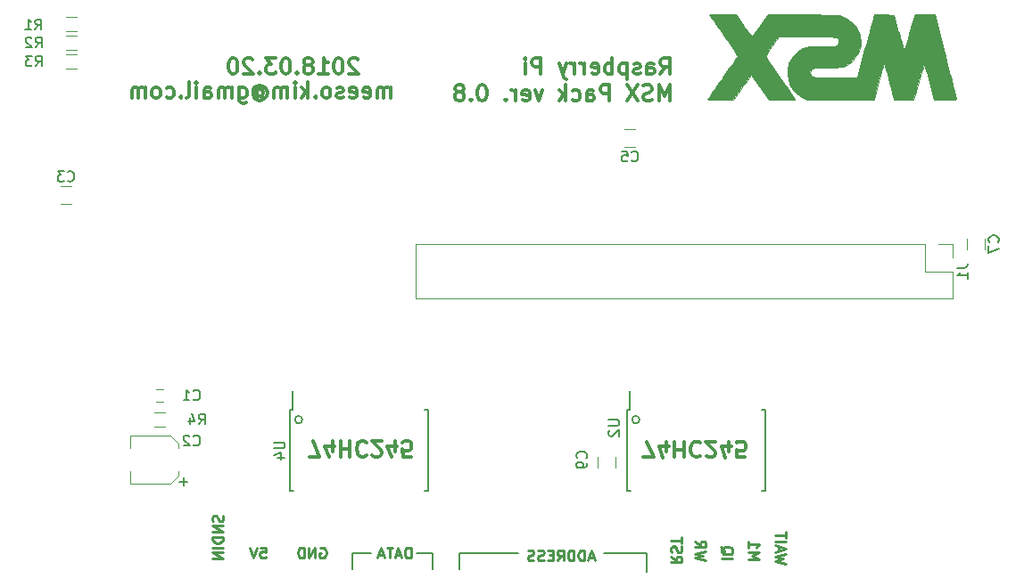
<source format=gbr>
G04 #@! TF.FileFunction,Legend,Bot*
%FSLAX46Y46*%
G04 Gerber Fmt 4.6, Leading zero omitted, Abs format (unit mm)*
G04 Created by KiCad (PCBNEW 4.0.7) date 03/20/18 20:42:00*
%MOMM*%
%LPD*%
G01*
G04 APERTURE LIST*
%ADD10C,0.100000*%
%ADD11C,0.200000*%
%ADD12C,0.250000*%
%ADD13C,0.300000*%
%ADD14C,0.120000*%
%ADD15C,0.150000*%
%ADD16C,0.010000*%
G04 APERTURE END LIST*
D10*
D11*
X134979210Y-91694000D02*
G75*
G03X134979210Y-91694000I-359210J0D01*
G01*
X166983210Y-91694000D02*
G75*
G03X166983210Y-91694000I-359210J0D01*
G01*
D12*
X127404762Y-100798572D02*
X127452381Y-100941429D01*
X127452381Y-101179525D01*
X127404762Y-101274763D01*
X127357143Y-101322382D01*
X127261905Y-101370001D01*
X127166667Y-101370001D01*
X127071429Y-101322382D01*
X127023810Y-101274763D01*
X126976190Y-101179525D01*
X126928571Y-100989048D01*
X126880952Y-100893810D01*
X126833333Y-100846191D01*
X126738095Y-100798572D01*
X126642857Y-100798572D01*
X126547619Y-100846191D01*
X126500000Y-100893810D01*
X126452381Y-100989048D01*
X126452381Y-101227144D01*
X126500000Y-101370001D01*
X127452381Y-101798572D02*
X126452381Y-101798572D01*
X127452381Y-102370001D01*
X126452381Y-102370001D01*
X127452381Y-102846191D02*
X126452381Y-102846191D01*
X126452381Y-103084286D01*
X126500000Y-103227144D01*
X126595238Y-103322382D01*
X126690476Y-103370001D01*
X126880952Y-103417620D01*
X127023810Y-103417620D01*
X127214286Y-103370001D01*
X127309524Y-103322382D01*
X127404762Y-103227144D01*
X127452381Y-103084286D01*
X127452381Y-102846191D01*
X127452381Y-103846191D02*
X126452381Y-103846191D01*
X127452381Y-104322381D02*
X126452381Y-104322381D01*
X127452381Y-104893810D01*
X126452381Y-104893810D01*
D13*
X168965714Y-58839571D02*
X169465714Y-58125286D01*
X169822857Y-58839571D02*
X169822857Y-57339571D01*
X169251429Y-57339571D01*
X169108571Y-57411000D01*
X169037143Y-57482429D01*
X168965714Y-57625286D01*
X168965714Y-57839571D01*
X169037143Y-57982429D01*
X169108571Y-58053857D01*
X169251429Y-58125286D01*
X169822857Y-58125286D01*
X167680000Y-58839571D02*
X167680000Y-58053857D01*
X167751429Y-57911000D01*
X167894286Y-57839571D01*
X168180000Y-57839571D01*
X168322857Y-57911000D01*
X167680000Y-58768143D02*
X167822857Y-58839571D01*
X168180000Y-58839571D01*
X168322857Y-58768143D01*
X168394286Y-58625286D01*
X168394286Y-58482429D01*
X168322857Y-58339571D01*
X168180000Y-58268143D01*
X167822857Y-58268143D01*
X167680000Y-58196714D01*
X167037143Y-58768143D02*
X166894286Y-58839571D01*
X166608571Y-58839571D01*
X166465714Y-58768143D01*
X166394286Y-58625286D01*
X166394286Y-58553857D01*
X166465714Y-58411000D01*
X166608571Y-58339571D01*
X166822857Y-58339571D01*
X166965714Y-58268143D01*
X167037143Y-58125286D01*
X167037143Y-58053857D01*
X166965714Y-57911000D01*
X166822857Y-57839571D01*
X166608571Y-57839571D01*
X166465714Y-57911000D01*
X165751428Y-57839571D02*
X165751428Y-59339571D01*
X165751428Y-57911000D02*
X165608571Y-57839571D01*
X165322857Y-57839571D01*
X165180000Y-57911000D01*
X165108571Y-57982429D01*
X165037142Y-58125286D01*
X165037142Y-58553857D01*
X165108571Y-58696714D01*
X165180000Y-58768143D01*
X165322857Y-58839571D01*
X165608571Y-58839571D01*
X165751428Y-58768143D01*
X164394285Y-58839571D02*
X164394285Y-57339571D01*
X164394285Y-57911000D02*
X164251428Y-57839571D01*
X163965714Y-57839571D01*
X163822857Y-57911000D01*
X163751428Y-57982429D01*
X163679999Y-58125286D01*
X163679999Y-58553857D01*
X163751428Y-58696714D01*
X163822857Y-58768143D01*
X163965714Y-58839571D01*
X164251428Y-58839571D01*
X164394285Y-58768143D01*
X162465714Y-58768143D02*
X162608571Y-58839571D01*
X162894285Y-58839571D01*
X163037142Y-58768143D01*
X163108571Y-58625286D01*
X163108571Y-58053857D01*
X163037142Y-57911000D01*
X162894285Y-57839571D01*
X162608571Y-57839571D01*
X162465714Y-57911000D01*
X162394285Y-58053857D01*
X162394285Y-58196714D01*
X163108571Y-58339571D01*
X161751428Y-58839571D02*
X161751428Y-57839571D01*
X161751428Y-58125286D02*
X161680000Y-57982429D01*
X161608571Y-57911000D01*
X161465714Y-57839571D01*
X161322857Y-57839571D01*
X160822857Y-58839571D02*
X160822857Y-57839571D01*
X160822857Y-58125286D02*
X160751429Y-57982429D01*
X160680000Y-57911000D01*
X160537143Y-57839571D01*
X160394286Y-57839571D01*
X160037143Y-57839571D02*
X159680000Y-58839571D01*
X159322858Y-57839571D02*
X159680000Y-58839571D01*
X159822858Y-59196714D01*
X159894286Y-59268143D01*
X160037143Y-59339571D01*
X157608572Y-58839571D02*
X157608572Y-57339571D01*
X157037144Y-57339571D01*
X156894286Y-57411000D01*
X156822858Y-57482429D01*
X156751429Y-57625286D01*
X156751429Y-57839571D01*
X156822858Y-57982429D01*
X156894286Y-58053857D01*
X157037144Y-58125286D01*
X157608572Y-58125286D01*
X156108572Y-58839571D02*
X156108572Y-57839571D01*
X156108572Y-57339571D02*
X156180001Y-57411000D01*
X156108572Y-57482429D01*
X156037144Y-57411000D01*
X156108572Y-57339571D01*
X156108572Y-57482429D01*
X169822857Y-61389571D02*
X169822857Y-59889571D01*
X169322857Y-60961000D01*
X168822857Y-59889571D01*
X168822857Y-61389571D01*
X168180000Y-61318143D02*
X167965714Y-61389571D01*
X167608571Y-61389571D01*
X167465714Y-61318143D01*
X167394285Y-61246714D01*
X167322857Y-61103857D01*
X167322857Y-60961000D01*
X167394285Y-60818143D01*
X167465714Y-60746714D01*
X167608571Y-60675286D01*
X167894285Y-60603857D01*
X168037143Y-60532429D01*
X168108571Y-60461000D01*
X168180000Y-60318143D01*
X168180000Y-60175286D01*
X168108571Y-60032429D01*
X168037143Y-59961000D01*
X167894285Y-59889571D01*
X167537143Y-59889571D01*
X167322857Y-59961000D01*
X166822857Y-59889571D02*
X165822857Y-61389571D01*
X165822857Y-59889571D02*
X166822857Y-61389571D01*
X164108572Y-61389571D02*
X164108572Y-59889571D01*
X163537144Y-59889571D01*
X163394286Y-59961000D01*
X163322858Y-60032429D01*
X163251429Y-60175286D01*
X163251429Y-60389571D01*
X163322858Y-60532429D01*
X163394286Y-60603857D01*
X163537144Y-60675286D01*
X164108572Y-60675286D01*
X161965715Y-61389571D02*
X161965715Y-60603857D01*
X162037144Y-60461000D01*
X162180001Y-60389571D01*
X162465715Y-60389571D01*
X162608572Y-60461000D01*
X161965715Y-61318143D02*
X162108572Y-61389571D01*
X162465715Y-61389571D01*
X162608572Y-61318143D01*
X162680001Y-61175286D01*
X162680001Y-61032429D01*
X162608572Y-60889571D01*
X162465715Y-60818143D01*
X162108572Y-60818143D01*
X161965715Y-60746714D01*
X160608572Y-61318143D02*
X160751429Y-61389571D01*
X161037143Y-61389571D01*
X161180001Y-61318143D01*
X161251429Y-61246714D01*
X161322858Y-61103857D01*
X161322858Y-60675286D01*
X161251429Y-60532429D01*
X161180001Y-60461000D01*
X161037143Y-60389571D01*
X160751429Y-60389571D01*
X160608572Y-60461000D01*
X159965715Y-61389571D02*
X159965715Y-59889571D01*
X159822858Y-60818143D02*
X159394287Y-61389571D01*
X159394287Y-60389571D02*
X159965715Y-60961000D01*
X157751429Y-60389571D02*
X157394286Y-61389571D01*
X157037144Y-60389571D01*
X155894287Y-61318143D02*
X156037144Y-61389571D01*
X156322858Y-61389571D01*
X156465715Y-61318143D01*
X156537144Y-61175286D01*
X156537144Y-60603857D01*
X156465715Y-60461000D01*
X156322858Y-60389571D01*
X156037144Y-60389571D01*
X155894287Y-60461000D01*
X155822858Y-60603857D01*
X155822858Y-60746714D01*
X156537144Y-60889571D01*
X155180001Y-61389571D02*
X155180001Y-60389571D01*
X155180001Y-60675286D02*
X155108573Y-60532429D01*
X155037144Y-60461000D01*
X154894287Y-60389571D01*
X154751430Y-60389571D01*
X154251430Y-61246714D02*
X154180002Y-61318143D01*
X154251430Y-61389571D01*
X154322859Y-61318143D01*
X154251430Y-61246714D01*
X154251430Y-61389571D01*
X152108573Y-59889571D02*
X151965716Y-59889571D01*
X151822859Y-59961000D01*
X151751430Y-60032429D01*
X151680001Y-60175286D01*
X151608573Y-60461000D01*
X151608573Y-60818143D01*
X151680001Y-61103857D01*
X151751430Y-61246714D01*
X151822859Y-61318143D01*
X151965716Y-61389571D01*
X152108573Y-61389571D01*
X152251430Y-61318143D01*
X152322859Y-61246714D01*
X152394287Y-61103857D01*
X152465716Y-60818143D01*
X152465716Y-60461000D01*
X152394287Y-60175286D01*
X152322859Y-60032429D01*
X152251430Y-59961000D01*
X152108573Y-59889571D01*
X150965716Y-61246714D02*
X150894288Y-61318143D01*
X150965716Y-61389571D01*
X151037145Y-61318143D01*
X150965716Y-61246714D01*
X150965716Y-61389571D01*
X150037144Y-60532429D02*
X150180002Y-60461000D01*
X150251430Y-60389571D01*
X150322859Y-60246714D01*
X150322859Y-60175286D01*
X150251430Y-60032429D01*
X150180002Y-59961000D01*
X150037144Y-59889571D01*
X149751430Y-59889571D01*
X149608573Y-59961000D01*
X149537144Y-60032429D01*
X149465716Y-60175286D01*
X149465716Y-60246714D01*
X149537144Y-60389571D01*
X149608573Y-60461000D01*
X149751430Y-60532429D01*
X150037144Y-60532429D01*
X150180002Y-60603857D01*
X150251430Y-60675286D01*
X150322859Y-60818143D01*
X150322859Y-61103857D01*
X150251430Y-61246714D01*
X150180002Y-61318143D01*
X150037144Y-61389571D01*
X149751430Y-61389571D01*
X149608573Y-61318143D01*
X149537144Y-61246714D01*
X149465716Y-61103857D01*
X149465716Y-60818143D01*
X149537144Y-60675286D01*
X149608573Y-60603857D01*
X149751430Y-60532429D01*
X135619944Y-95207829D02*
X136619944Y-95207829D01*
X135977087Y-93707829D01*
X137834229Y-94707829D02*
X137834229Y-93707829D01*
X137477086Y-95279257D02*
X137119943Y-94207829D01*
X138048515Y-94207829D01*
X138619943Y-93707829D02*
X138619943Y-95207829D01*
X138619943Y-94493543D02*
X139477086Y-94493543D01*
X139477086Y-93707829D02*
X139477086Y-95207829D01*
X141048515Y-93850686D02*
X140977086Y-93779257D01*
X140762800Y-93707829D01*
X140619943Y-93707829D01*
X140405658Y-93779257D01*
X140262800Y-93922114D01*
X140191372Y-94064971D01*
X140119943Y-94350686D01*
X140119943Y-94564971D01*
X140191372Y-94850686D01*
X140262800Y-94993543D01*
X140405658Y-95136400D01*
X140619943Y-95207829D01*
X140762800Y-95207829D01*
X140977086Y-95136400D01*
X141048515Y-95064971D01*
X141619943Y-95064971D02*
X141691372Y-95136400D01*
X141834229Y-95207829D01*
X142191372Y-95207829D01*
X142334229Y-95136400D01*
X142405658Y-95064971D01*
X142477086Y-94922114D01*
X142477086Y-94779257D01*
X142405658Y-94564971D01*
X141548515Y-93707829D01*
X142477086Y-93707829D01*
X143762800Y-94707829D02*
X143762800Y-93707829D01*
X143405657Y-95279257D02*
X143048514Y-94207829D01*
X143977086Y-94207829D01*
X145262800Y-95207829D02*
X144548514Y-95207829D01*
X144477085Y-94493543D01*
X144548514Y-94564971D01*
X144691371Y-94636400D01*
X145048514Y-94636400D01*
X145191371Y-94564971D01*
X145262800Y-94493543D01*
X145334228Y-94350686D01*
X145334228Y-93993543D01*
X145262800Y-93850686D01*
X145191371Y-93779257D01*
X145048514Y-93707829D01*
X144691371Y-93707829D01*
X144548514Y-93779257D01*
X144477085Y-93850686D01*
D11*
X167640000Y-104394000D02*
X163576000Y-104394000D01*
X167640000Y-106172000D02*
X167640000Y-104394000D01*
X149860000Y-104394000D02*
X155448000Y-104394000D01*
X149860000Y-105918000D02*
X149860000Y-104394000D01*
X147320000Y-104394000D02*
X145796000Y-104394000D01*
X147320000Y-105918000D02*
X147320000Y-104394000D01*
X139700000Y-104394000D02*
X141478000Y-104394000D01*
X139700000Y-105918000D02*
X139700000Y-104394000D01*
D12*
X162654857Y-104814667D02*
X162178666Y-104814667D01*
X162750095Y-105100381D02*
X162416762Y-104100381D01*
X162083428Y-105100381D01*
X161750095Y-105100381D02*
X161750095Y-104100381D01*
X161512000Y-104100381D01*
X161369142Y-104148000D01*
X161273904Y-104243238D01*
X161226285Y-104338476D01*
X161178666Y-104528952D01*
X161178666Y-104671810D01*
X161226285Y-104862286D01*
X161273904Y-104957524D01*
X161369142Y-105052762D01*
X161512000Y-105100381D01*
X161750095Y-105100381D01*
X160750095Y-105100381D02*
X160750095Y-104100381D01*
X160512000Y-104100381D01*
X160369142Y-104148000D01*
X160273904Y-104243238D01*
X160226285Y-104338476D01*
X160178666Y-104528952D01*
X160178666Y-104671810D01*
X160226285Y-104862286D01*
X160273904Y-104957524D01*
X160369142Y-105052762D01*
X160512000Y-105100381D01*
X160750095Y-105100381D01*
X159178666Y-105100381D02*
X159512000Y-104624190D01*
X159750095Y-105100381D02*
X159750095Y-104100381D01*
X159369142Y-104100381D01*
X159273904Y-104148000D01*
X159226285Y-104195619D01*
X159178666Y-104290857D01*
X159178666Y-104433714D01*
X159226285Y-104528952D01*
X159273904Y-104576571D01*
X159369142Y-104624190D01*
X159750095Y-104624190D01*
X158750095Y-104576571D02*
X158416761Y-104576571D01*
X158273904Y-105100381D02*
X158750095Y-105100381D01*
X158750095Y-104100381D01*
X158273904Y-104100381D01*
X157892952Y-105052762D02*
X157750095Y-105100381D01*
X157511999Y-105100381D01*
X157416761Y-105052762D01*
X157369142Y-105005143D01*
X157321523Y-104909905D01*
X157321523Y-104814667D01*
X157369142Y-104719429D01*
X157416761Y-104671810D01*
X157511999Y-104624190D01*
X157702476Y-104576571D01*
X157797714Y-104528952D01*
X157845333Y-104481333D01*
X157892952Y-104386095D01*
X157892952Y-104290857D01*
X157845333Y-104195619D01*
X157797714Y-104148000D01*
X157702476Y-104100381D01*
X157464380Y-104100381D01*
X157321523Y-104148000D01*
X156940571Y-105052762D02*
X156797714Y-105100381D01*
X156559618Y-105100381D01*
X156464380Y-105052762D01*
X156416761Y-105005143D01*
X156369142Y-104909905D01*
X156369142Y-104814667D01*
X156416761Y-104719429D01*
X156464380Y-104671810D01*
X156559618Y-104624190D01*
X156750095Y-104576571D01*
X156845333Y-104528952D01*
X156892952Y-104481333D01*
X156940571Y-104386095D01*
X156940571Y-104290857D01*
X156892952Y-104195619D01*
X156845333Y-104148000D01*
X156750095Y-104100381D01*
X156511999Y-104100381D01*
X156369142Y-104148000D01*
X145264000Y-104846381D02*
X145264000Y-103846381D01*
X145025905Y-103846381D01*
X144883047Y-103894000D01*
X144787809Y-103989238D01*
X144740190Y-104084476D01*
X144692571Y-104274952D01*
X144692571Y-104417810D01*
X144740190Y-104608286D01*
X144787809Y-104703524D01*
X144883047Y-104798762D01*
X145025905Y-104846381D01*
X145264000Y-104846381D01*
X144311619Y-104560667D02*
X143835428Y-104560667D01*
X144406857Y-104846381D02*
X144073524Y-103846381D01*
X143740190Y-104846381D01*
X143549714Y-103846381D02*
X142978285Y-103846381D01*
X143264000Y-104846381D02*
X143264000Y-103846381D01*
X142692571Y-104560667D02*
X142216380Y-104560667D01*
X142787809Y-104846381D02*
X142454476Y-103846381D01*
X142121142Y-104846381D01*
D13*
X140254856Y-57487429D02*
X140183427Y-57416000D01*
X140040570Y-57344571D01*
X139683427Y-57344571D01*
X139540570Y-57416000D01*
X139469141Y-57487429D01*
X139397713Y-57630286D01*
X139397713Y-57773143D01*
X139469141Y-57987429D01*
X140326284Y-58844571D01*
X139397713Y-58844571D01*
X138469142Y-57344571D02*
X138326285Y-57344571D01*
X138183428Y-57416000D01*
X138111999Y-57487429D01*
X138040570Y-57630286D01*
X137969142Y-57916000D01*
X137969142Y-58273143D01*
X138040570Y-58558857D01*
X138111999Y-58701714D01*
X138183428Y-58773143D01*
X138326285Y-58844571D01*
X138469142Y-58844571D01*
X138611999Y-58773143D01*
X138683428Y-58701714D01*
X138754856Y-58558857D01*
X138826285Y-58273143D01*
X138826285Y-57916000D01*
X138754856Y-57630286D01*
X138683428Y-57487429D01*
X138611999Y-57416000D01*
X138469142Y-57344571D01*
X136540571Y-58844571D02*
X137397714Y-58844571D01*
X136969142Y-58844571D02*
X136969142Y-57344571D01*
X137111999Y-57558857D01*
X137254857Y-57701714D01*
X137397714Y-57773143D01*
X135683428Y-57987429D02*
X135826286Y-57916000D01*
X135897714Y-57844571D01*
X135969143Y-57701714D01*
X135969143Y-57630286D01*
X135897714Y-57487429D01*
X135826286Y-57416000D01*
X135683428Y-57344571D01*
X135397714Y-57344571D01*
X135254857Y-57416000D01*
X135183428Y-57487429D01*
X135112000Y-57630286D01*
X135112000Y-57701714D01*
X135183428Y-57844571D01*
X135254857Y-57916000D01*
X135397714Y-57987429D01*
X135683428Y-57987429D01*
X135826286Y-58058857D01*
X135897714Y-58130286D01*
X135969143Y-58273143D01*
X135969143Y-58558857D01*
X135897714Y-58701714D01*
X135826286Y-58773143D01*
X135683428Y-58844571D01*
X135397714Y-58844571D01*
X135254857Y-58773143D01*
X135183428Y-58701714D01*
X135112000Y-58558857D01*
X135112000Y-58273143D01*
X135183428Y-58130286D01*
X135254857Y-58058857D01*
X135397714Y-57987429D01*
X134469143Y-58701714D02*
X134397715Y-58773143D01*
X134469143Y-58844571D01*
X134540572Y-58773143D01*
X134469143Y-58701714D01*
X134469143Y-58844571D01*
X133469143Y-57344571D02*
X133326286Y-57344571D01*
X133183429Y-57416000D01*
X133112000Y-57487429D01*
X133040571Y-57630286D01*
X132969143Y-57916000D01*
X132969143Y-58273143D01*
X133040571Y-58558857D01*
X133112000Y-58701714D01*
X133183429Y-58773143D01*
X133326286Y-58844571D01*
X133469143Y-58844571D01*
X133612000Y-58773143D01*
X133683429Y-58701714D01*
X133754857Y-58558857D01*
X133826286Y-58273143D01*
X133826286Y-57916000D01*
X133754857Y-57630286D01*
X133683429Y-57487429D01*
X133612000Y-57416000D01*
X133469143Y-57344571D01*
X132469143Y-57344571D02*
X131540572Y-57344571D01*
X132040572Y-57916000D01*
X131826286Y-57916000D01*
X131683429Y-57987429D01*
X131612000Y-58058857D01*
X131540572Y-58201714D01*
X131540572Y-58558857D01*
X131612000Y-58701714D01*
X131683429Y-58773143D01*
X131826286Y-58844571D01*
X132254858Y-58844571D01*
X132397715Y-58773143D01*
X132469143Y-58701714D01*
X130897715Y-58701714D02*
X130826287Y-58773143D01*
X130897715Y-58844571D01*
X130969144Y-58773143D01*
X130897715Y-58701714D01*
X130897715Y-58844571D01*
X130254858Y-57487429D02*
X130183429Y-57416000D01*
X130040572Y-57344571D01*
X129683429Y-57344571D01*
X129540572Y-57416000D01*
X129469143Y-57487429D01*
X129397715Y-57630286D01*
X129397715Y-57773143D01*
X129469143Y-57987429D01*
X130326286Y-58844571D01*
X129397715Y-58844571D01*
X128469144Y-57344571D02*
X128326287Y-57344571D01*
X128183430Y-57416000D01*
X128112001Y-57487429D01*
X128040572Y-57630286D01*
X127969144Y-57916000D01*
X127969144Y-58273143D01*
X128040572Y-58558857D01*
X128112001Y-58701714D01*
X128183430Y-58773143D01*
X128326287Y-58844571D01*
X128469144Y-58844571D01*
X128612001Y-58773143D01*
X128683430Y-58701714D01*
X128754858Y-58558857D01*
X128826287Y-58273143D01*
X128826287Y-57916000D01*
X128754858Y-57630286D01*
X128683430Y-57487429D01*
X128612001Y-57416000D01*
X128469144Y-57344571D01*
X167319144Y-95258629D02*
X168319144Y-95258629D01*
X167676287Y-93758629D01*
X169533429Y-94758629D02*
X169533429Y-93758629D01*
X169176286Y-95330057D02*
X168819143Y-94258629D01*
X169747715Y-94258629D01*
X170319143Y-93758629D02*
X170319143Y-95258629D01*
X170319143Y-94544343D02*
X171176286Y-94544343D01*
X171176286Y-93758629D02*
X171176286Y-95258629D01*
X172747715Y-93901486D02*
X172676286Y-93830057D01*
X172462000Y-93758629D01*
X172319143Y-93758629D01*
X172104858Y-93830057D01*
X171962000Y-93972914D01*
X171890572Y-94115771D01*
X171819143Y-94401486D01*
X171819143Y-94615771D01*
X171890572Y-94901486D01*
X171962000Y-95044343D01*
X172104858Y-95187200D01*
X172319143Y-95258629D01*
X172462000Y-95258629D01*
X172676286Y-95187200D01*
X172747715Y-95115771D01*
X173319143Y-95115771D02*
X173390572Y-95187200D01*
X173533429Y-95258629D01*
X173890572Y-95258629D01*
X174033429Y-95187200D01*
X174104858Y-95115771D01*
X174176286Y-94972914D01*
X174176286Y-94830057D01*
X174104858Y-94615771D01*
X173247715Y-93758629D01*
X174176286Y-93758629D01*
X175462000Y-94758629D02*
X175462000Y-93758629D01*
X175104857Y-95330057D02*
X174747714Y-94258629D01*
X175676286Y-94258629D01*
X176962000Y-95258629D02*
X176247714Y-95258629D01*
X176176285Y-94544343D01*
X176247714Y-94615771D01*
X176390571Y-94687200D01*
X176747714Y-94687200D01*
X176890571Y-94615771D01*
X176962000Y-94544343D01*
X177033428Y-94401486D01*
X177033428Y-94044343D01*
X176962000Y-93901486D01*
X176890571Y-93830057D01*
X176747714Y-93758629D01*
X176390571Y-93758629D01*
X176247714Y-93830057D01*
X176176285Y-93901486D01*
D12*
X131000476Y-103846381D02*
X131476667Y-103846381D01*
X131524286Y-104322571D01*
X131476667Y-104274952D01*
X131381429Y-104227333D01*
X131143333Y-104227333D01*
X131048095Y-104274952D01*
X131000476Y-104322571D01*
X130952857Y-104417810D01*
X130952857Y-104655905D01*
X131000476Y-104751143D01*
X131048095Y-104798762D01*
X131143333Y-104846381D01*
X131381429Y-104846381D01*
X131476667Y-104798762D01*
X131524286Y-104751143D01*
X130667143Y-103846381D02*
X130333810Y-104846381D01*
X130000476Y-103846381D01*
X136651904Y-103894000D02*
X136747142Y-103846381D01*
X136889999Y-103846381D01*
X137032857Y-103894000D01*
X137128095Y-103989238D01*
X137175714Y-104084476D01*
X137223333Y-104274952D01*
X137223333Y-104417810D01*
X137175714Y-104608286D01*
X137128095Y-104703524D01*
X137032857Y-104798762D01*
X136889999Y-104846381D01*
X136794761Y-104846381D01*
X136651904Y-104798762D01*
X136604285Y-104751143D01*
X136604285Y-104417810D01*
X136794761Y-104417810D01*
X136175714Y-104846381D02*
X136175714Y-103846381D01*
X135604285Y-104846381D01*
X135604285Y-103846381D01*
X135128095Y-104846381D02*
X135128095Y-103846381D01*
X134890000Y-103846381D01*
X134747142Y-103894000D01*
X134651904Y-103989238D01*
X134604285Y-104084476D01*
X134556666Y-104274952D01*
X134556666Y-104417810D01*
X134604285Y-104608286D01*
X134651904Y-104703524D01*
X134747142Y-104798762D01*
X134890000Y-104846381D01*
X135128095Y-104846381D01*
X173267619Y-105068571D02*
X172267619Y-104830476D01*
X172981905Y-104639999D01*
X172267619Y-104449523D01*
X173267619Y-104211428D01*
X172267619Y-103259047D02*
X172743810Y-103592381D01*
X172267619Y-103830476D02*
X173267619Y-103830476D01*
X173267619Y-103449523D01*
X173220000Y-103354285D01*
X173172381Y-103306666D01*
X173077143Y-103259047D01*
X172934286Y-103259047D01*
X172839048Y-103306666D01*
X172791429Y-103354285D01*
X172743810Y-103449523D01*
X172743810Y-103830476D01*
X174807619Y-104917809D02*
X175807619Y-104917809D01*
X174712381Y-103774952D02*
X174760000Y-103870190D01*
X174855238Y-103965428D01*
X174998095Y-104108285D01*
X175045714Y-104203524D01*
X175045714Y-104298762D01*
X174807619Y-104251143D02*
X174855238Y-104346381D01*
X174950476Y-104441619D01*
X175140952Y-104489238D01*
X175474286Y-104489238D01*
X175664762Y-104441619D01*
X175760000Y-104346381D01*
X175807619Y-104251143D01*
X175807619Y-104060666D01*
X175760000Y-103965428D01*
X175664762Y-103870190D01*
X175474286Y-103822571D01*
X175140952Y-103822571D01*
X174950476Y-103870190D01*
X174855238Y-103965428D01*
X174807619Y-104060666D01*
X174807619Y-104251143D01*
X177347619Y-104949524D02*
X178347619Y-104949524D01*
X177633333Y-104616190D01*
X178347619Y-104282857D01*
X177347619Y-104282857D01*
X177347619Y-103282857D02*
X177347619Y-103854286D01*
X177347619Y-103568572D02*
X178347619Y-103568572D01*
X178204762Y-103663810D01*
X178109524Y-103759048D01*
X178061905Y-103854286D01*
X180887619Y-105362190D02*
X179887619Y-105124095D01*
X180601905Y-104933618D01*
X179887619Y-104743142D01*
X180887619Y-104505047D01*
X180173333Y-104171714D02*
X180173333Y-103695523D01*
X179887619Y-104266952D02*
X180887619Y-103933619D01*
X179887619Y-103600285D01*
X179887619Y-103266952D02*
X180887619Y-103266952D01*
X180887619Y-102933619D02*
X180887619Y-102362190D01*
X179887619Y-102647905D02*
X180887619Y-102647905D01*
X169981619Y-104687619D02*
X170457810Y-105020953D01*
X169981619Y-105259048D02*
X170981619Y-105259048D01*
X170981619Y-104878095D01*
X170934000Y-104782857D01*
X170886381Y-104735238D01*
X170791143Y-104687619D01*
X170648286Y-104687619D01*
X170553048Y-104735238D01*
X170505429Y-104782857D01*
X170457810Y-104878095D01*
X170457810Y-105259048D01*
X170029238Y-104306667D02*
X169981619Y-104163810D01*
X169981619Y-103925714D01*
X170029238Y-103830476D01*
X170076857Y-103782857D01*
X170172095Y-103735238D01*
X170267333Y-103735238D01*
X170362571Y-103782857D01*
X170410190Y-103830476D01*
X170457810Y-103925714D01*
X170505429Y-104116191D01*
X170553048Y-104211429D01*
X170600667Y-104259048D01*
X170695905Y-104306667D01*
X170791143Y-104306667D01*
X170886381Y-104259048D01*
X170934000Y-104211429D01*
X170981619Y-104116191D01*
X170981619Y-103878095D01*
X170934000Y-103735238D01*
X170981619Y-103449524D02*
X170981619Y-102878095D01*
X169981619Y-103163810D02*
X170981619Y-103163810D01*
D13*
X143349714Y-61130571D02*
X143349714Y-60130571D01*
X143349714Y-60273429D02*
X143278286Y-60202000D01*
X143135428Y-60130571D01*
X142921143Y-60130571D01*
X142778286Y-60202000D01*
X142706857Y-60344857D01*
X142706857Y-61130571D01*
X142706857Y-60344857D02*
X142635428Y-60202000D01*
X142492571Y-60130571D01*
X142278286Y-60130571D01*
X142135428Y-60202000D01*
X142064000Y-60344857D01*
X142064000Y-61130571D01*
X140778286Y-61059143D02*
X140921143Y-61130571D01*
X141206857Y-61130571D01*
X141349714Y-61059143D01*
X141421143Y-60916286D01*
X141421143Y-60344857D01*
X141349714Y-60202000D01*
X141206857Y-60130571D01*
X140921143Y-60130571D01*
X140778286Y-60202000D01*
X140706857Y-60344857D01*
X140706857Y-60487714D01*
X141421143Y-60630571D01*
X139492572Y-61059143D02*
X139635429Y-61130571D01*
X139921143Y-61130571D01*
X140064000Y-61059143D01*
X140135429Y-60916286D01*
X140135429Y-60344857D01*
X140064000Y-60202000D01*
X139921143Y-60130571D01*
X139635429Y-60130571D01*
X139492572Y-60202000D01*
X139421143Y-60344857D01*
X139421143Y-60487714D01*
X140135429Y-60630571D01*
X138849715Y-61059143D02*
X138706858Y-61130571D01*
X138421143Y-61130571D01*
X138278286Y-61059143D01*
X138206858Y-60916286D01*
X138206858Y-60844857D01*
X138278286Y-60702000D01*
X138421143Y-60630571D01*
X138635429Y-60630571D01*
X138778286Y-60559143D01*
X138849715Y-60416286D01*
X138849715Y-60344857D01*
X138778286Y-60202000D01*
X138635429Y-60130571D01*
X138421143Y-60130571D01*
X138278286Y-60202000D01*
X137349714Y-61130571D02*
X137492572Y-61059143D01*
X137564000Y-60987714D01*
X137635429Y-60844857D01*
X137635429Y-60416286D01*
X137564000Y-60273429D01*
X137492572Y-60202000D01*
X137349714Y-60130571D01*
X137135429Y-60130571D01*
X136992572Y-60202000D01*
X136921143Y-60273429D01*
X136849714Y-60416286D01*
X136849714Y-60844857D01*
X136921143Y-60987714D01*
X136992572Y-61059143D01*
X137135429Y-61130571D01*
X137349714Y-61130571D01*
X136206857Y-60987714D02*
X136135429Y-61059143D01*
X136206857Y-61130571D01*
X136278286Y-61059143D01*
X136206857Y-60987714D01*
X136206857Y-61130571D01*
X135492571Y-61130571D02*
X135492571Y-59630571D01*
X135349714Y-60559143D02*
X134921143Y-61130571D01*
X134921143Y-60130571D02*
X135492571Y-60702000D01*
X134278285Y-61130571D02*
X134278285Y-60130571D01*
X134278285Y-59630571D02*
X134349714Y-59702000D01*
X134278285Y-59773429D01*
X134206857Y-59702000D01*
X134278285Y-59630571D01*
X134278285Y-59773429D01*
X133563999Y-61130571D02*
X133563999Y-60130571D01*
X133563999Y-60273429D02*
X133492571Y-60202000D01*
X133349713Y-60130571D01*
X133135428Y-60130571D01*
X132992571Y-60202000D01*
X132921142Y-60344857D01*
X132921142Y-61130571D01*
X132921142Y-60344857D02*
X132849713Y-60202000D01*
X132706856Y-60130571D01*
X132492571Y-60130571D01*
X132349713Y-60202000D01*
X132278285Y-60344857D01*
X132278285Y-61130571D01*
X130635428Y-60416286D02*
X130706856Y-60344857D01*
X130849713Y-60273429D01*
X130992571Y-60273429D01*
X131135428Y-60344857D01*
X131206856Y-60416286D01*
X131278285Y-60559143D01*
X131278285Y-60702000D01*
X131206856Y-60844857D01*
X131135428Y-60916286D01*
X130992571Y-60987714D01*
X130849713Y-60987714D01*
X130706856Y-60916286D01*
X130635428Y-60844857D01*
X130635428Y-60273429D02*
X130635428Y-60844857D01*
X130563999Y-60916286D01*
X130492571Y-60916286D01*
X130349713Y-60844857D01*
X130278285Y-60702000D01*
X130278285Y-60344857D01*
X130421142Y-60130571D01*
X130635428Y-59987714D01*
X130921142Y-59916286D01*
X131206856Y-59987714D01*
X131421142Y-60130571D01*
X131563999Y-60344857D01*
X131635428Y-60630571D01*
X131563999Y-60916286D01*
X131421142Y-61130571D01*
X131206856Y-61273429D01*
X130921142Y-61344857D01*
X130635428Y-61273429D01*
X130421142Y-61130571D01*
X128992571Y-60130571D02*
X128992571Y-61344857D01*
X129064000Y-61487714D01*
X129135428Y-61559143D01*
X129278285Y-61630571D01*
X129492571Y-61630571D01*
X129635428Y-61559143D01*
X128992571Y-61059143D02*
X129135428Y-61130571D01*
X129421142Y-61130571D01*
X129564000Y-61059143D01*
X129635428Y-60987714D01*
X129706857Y-60844857D01*
X129706857Y-60416286D01*
X129635428Y-60273429D01*
X129564000Y-60202000D01*
X129421142Y-60130571D01*
X129135428Y-60130571D01*
X128992571Y-60202000D01*
X128278285Y-61130571D02*
X128278285Y-60130571D01*
X128278285Y-60273429D02*
X128206857Y-60202000D01*
X128063999Y-60130571D01*
X127849714Y-60130571D01*
X127706857Y-60202000D01*
X127635428Y-60344857D01*
X127635428Y-61130571D01*
X127635428Y-60344857D02*
X127563999Y-60202000D01*
X127421142Y-60130571D01*
X127206857Y-60130571D01*
X127063999Y-60202000D01*
X126992571Y-60344857D01*
X126992571Y-61130571D01*
X125635428Y-61130571D02*
X125635428Y-60344857D01*
X125706857Y-60202000D01*
X125849714Y-60130571D01*
X126135428Y-60130571D01*
X126278285Y-60202000D01*
X125635428Y-61059143D02*
X125778285Y-61130571D01*
X126135428Y-61130571D01*
X126278285Y-61059143D01*
X126349714Y-60916286D01*
X126349714Y-60773429D01*
X126278285Y-60630571D01*
X126135428Y-60559143D01*
X125778285Y-60559143D01*
X125635428Y-60487714D01*
X124921142Y-61130571D02*
X124921142Y-60130571D01*
X124921142Y-59630571D02*
X124992571Y-59702000D01*
X124921142Y-59773429D01*
X124849714Y-59702000D01*
X124921142Y-59630571D01*
X124921142Y-59773429D01*
X123992570Y-61130571D02*
X124135428Y-61059143D01*
X124206856Y-60916286D01*
X124206856Y-59630571D01*
X123421142Y-60987714D02*
X123349714Y-61059143D01*
X123421142Y-61130571D01*
X123492571Y-61059143D01*
X123421142Y-60987714D01*
X123421142Y-61130571D01*
X122063999Y-61059143D02*
X122206856Y-61130571D01*
X122492570Y-61130571D01*
X122635428Y-61059143D01*
X122706856Y-60987714D01*
X122778285Y-60844857D01*
X122778285Y-60416286D01*
X122706856Y-60273429D01*
X122635428Y-60202000D01*
X122492570Y-60130571D01*
X122206856Y-60130571D01*
X122063999Y-60202000D01*
X121206856Y-61130571D02*
X121349714Y-61059143D01*
X121421142Y-60987714D01*
X121492571Y-60844857D01*
X121492571Y-60416286D01*
X121421142Y-60273429D01*
X121349714Y-60202000D01*
X121206856Y-60130571D01*
X120992571Y-60130571D01*
X120849714Y-60202000D01*
X120778285Y-60273429D01*
X120706856Y-60416286D01*
X120706856Y-60844857D01*
X120778285Y-60987714D01*
X120849714Y-61059143D01*
X120992571Y-61130571D01*
X121206856Y-61130571D01*
X120063999Y-61130571D02*
X120063999Y-60130571D01*
X120063999Y-60273429D02*
X119992571Y-60202000D01*
X119849713Y-60130571D01*
X119635428Y-60130571D01*
X119492571Y-60202000D01*
X119421142Y-60344857D01*
X119421142Y-61130571D01*
X119421142Y-60344857D02*
X119349713Y-60202000D01*
X119206856Y-60130571D01*
X118992571Y-60130571D01*
X118849713Y-60202000D01*
X118778285Y-60344857D01*
X118778285Y-61130571D01*
D14*
X121762000Y-88808000D02*
X121062000Y-88808000D01*
X121062000Y-90008000D02*
X121762000Y-90008000D01*
X123194000Y-93984000D02*
X123194000Y-94384000D01*
X118614000Y-93214000D02*
X118614000Y-94384000D01*
X118614000Y-97794000D02*
X118614000Y-96624000D01*
X123194000Y-97024000D02*
X123194000Y-96624000D01*
X122424000Y-97794000D02*
X118614000Y-97794000D01*
X122424000Y-97794000D02*
X123194000Y-97024000D01*
X122424000Y-93214000D02*
X118614000Y-93214000D01*
X122424000Y-93214000D02*
X123194000Y-93984000D01*
X113530000Y-53422000D02*
X112530000Y-53422000D01*
X112530000Y-54782000D02*
X113530000Y-54782000D01*
D15*
X165764000Y-90741000D02*
X166014000Y-90741000D01*
X165764000Y-98491000D02*
X166099000Y-98491000D01*
X178914000Y-98491000D02*
X178579000Y-98491000D01*
X178914000Y-90741000D02*
X178579000Y-90741000D01*
X165764000Y-90741000D02*
X165764000Y-98491000D01*
X178914000Y-90741000D02*
X178914000Y-98491000D01*
X166014000Y-90741000D02*
X166014000Y-88941000D01*
X133760000Y-90741000D02*
X134010000Y-90741000D01*
X133760000Y-98491000D02*
X134095000Y-98491000D01*
X146910000Y-98491000D02*
X146575000Y-98491000D01*
X146910000Y-90741000D02*
X146575000Y-90741000D01*
X133760000Y-90741000D02*
X133760000Y-98491000D01*
X146910000Y-90741000D02*
X146910000Y-98491000D01*
X134010000Y-90741000D02*
X134010000Y-88941000D01*
D16*
G36*
X189192174Y-53476876D02*
X189148080Y-53635270D01*
X189064351Y-53934413D01*
X188947231Y-54352056D01*
X188802967Y-54865950D01*
X188637802Y-55453845D01*
X188457982Y-56093490D01*
X188353716Y-56464200D01*
X187603464Y-59131200D01*
X185556490Y-59153878D01*
X184821859Y-59158051D01*
X184224697Y-59152993D01*
X183773066Y-59138945D01*
X183475027Y-59116149D01*
X183342925Y-59087399D01*
X183223979Y-58940399D01*
X183174498Y-58712261D01*
X183201135Y-58479099D01*
X183277933Y-58343800D01*
X183396441Y-58299188D01*
X183655274Y-58267762D01*
X184063674Y-58248856D01*
X184630884Y-58241806D01*
X184696100Y-58241727D01*
X185178447Y-58235959D01*
X185625220Y-58220395D01*
X185997747Y-58197122D01*
X186257358Y-58168225D01*
X186328028Y-58153671D01*
X186805793Y-57935503D01*
X187233293Y-57568520D01*
X187591003Y-57070427D01*
X187656134Y-56949443D01*
X187815464Y-56612082D01*
X187903544Y-56335270D01*
X187940548Y-56037024D01*
X187946874Y-55767864D01*
X187879479Y-55108956D01*
X187670676Y-54539985D01*
X187317204Y-54056002D01*
X186815802Y-53652063D01*
X186403827Y-53427643D01*
X185928000Y-53204533D01*
X182541333Y-53182227D01*
X179154666Y-53159922D01*
X178392666Y-54222496D01*
X177630666Y-55285069D01*
X177445487Y-55054416D01*
X177323210Y-54892947D01*
X177132219Y-54630182D01*
X176899936Y-54304219D01*
X176683487Y-53995833D01*
X176106666Y-53167903D01*
X174857833Y-53165051D01*
X174419808Y-53166988D01*
X174048923Y-53174227D01*
X173774690Y-53185749D01*
X173626620Y-53200534D01*
X173609000Y-53208193D01*
X173656139Y-53286504D01*
X173789184Y-53484484D01*
X173995575Y-53784041D01*
X174262753Y-54167082D01*
X174578157Y-54615515D01*
X174929229Y-55111246D01*
X174964958Y-55161520D01*
X175343162Y-55699931D01*
X175669716Y-56177585D01*
X175934622Y-56579012D01*
X176127879Y-56888740D01*
X176239489Y-57091297D01*
X176262177Y-57168694D01*
X176199697Y-57261517D01*
X176052465Y-57474004D01*
X175833496Y-57787561D01*
X175555807Y-58183598D01*
X175232416Y-58643521D01*
X174876340Y-59148739D01*
X174821552Y-59226376D01*
X174464900Y-59733477D01*
X174142395Y-60195485D01*
X173866398Y-60594413D01*
X173649269Y-60912275D01*
X173503369Y-61131084D01*
X173441057Y-61232855D01*
X173439666Y-61237209D01*
X173519353Y-61255998D01*
X173738509Y-61271855D01*
X174067278Y-61283486D01*
X174475803Y-61289593D01*
X174659901Y-61290200D01*
X175880136Y-61290199D01*
X176284463Y-60718700D01*
X176538085Y-60363131D01*
X176833659Y-59953043D01*
X177112362Y-59570002D01*
X177144657Y-59525942D01*
X177600525Y-58904685D01*
X178414307Y-60097442D01*
X179228090Y-61290200D01*
X180482545Y-61290200D01*
X180921623Y-61287315D01*
X181293627Y-61279371D01*
X181569108Y-61267432D01*
X181718620Y-61252564D01*
X181737000Y-61244826D01*
X181690392Y-61166349D01*
X181558796Y-60967384D01*
X181354558Y-60666012D01*
X181090022Y-60280309D01*
X180777530Y-59828356D01*
X180429428Y-59328231D01*
X180381244Y-59259247D01*
X180026342Y-58749469D01*
X179702830Y-58281186D01*
X179423634Y-57873395D01*
X179201679Y-57545093D01*
X179049890Y-57315277D01*
X178981192Y-57202945D01*
X178979297Y-57198668D01*
X179007303Y-57085760D01*
X179118186Y-56864693D01*
X179295703Y-56564600D01*
X179523608Y-56214610D01*
X179548140Y-56178581D01*
X180163174Y-55278866D01*
X182891373Y-55278866D01*
X183681627Y-55279471D01*
X184318982Y-55282964D01*
X184819874Y-55291862D01*
X185200736Y-55308682D01*
X185478003Y-55335942D01*
X185668110Y-55376157D01*
X185787492Y-55431845D01*
X185852582Y-55505524D01*
X185879815Y-55599710D01*
X185885627Y-55716921D01*
X185885667Y-55737458D01*
X185867333Y-55904816D01*
X185797888Y-56028034D01*
X185655667Y-56113598D01*
X185419007Y-56167994D01*
X185066241Y-56197708D01*
X184575707Y-56209225D01*
X184306582Y-56210199D01*
X183677497Y-56218583D01*
X183185269Y-56248994D01*
X182798012Y-56309321D01*
X182483839Y-56407455D01*
X182210866Y-56551284D01*
X181947207Y-56748698D01*
X181873450Y-56812236D01*
X181440242Y-57297596D01*
X181158836Y-57857748D01*
X181028863Y-58493530D01*
X181019085Y-58750200D01*
X181097848Y-59418326D01*
X181324290Y-60014273D01*
X181689425Y-60523389D01*
X182184269Y-60931025D01*
X182446076Y-61077060D01*
X182886004Y-61292297D01*
X186054020Y-61270082D01*
X189222037Y-61247866D01*
X189688225Y-59494629D01*
X189826542Y-58980892D01*
X189951380Y-58529429D01*
X190056061Y-58163399D01*
X190133906Y-57905964D01*
X190178238Y-57780283D01*
X190184960Y-57771937D01*
X190212161Y-57855628D01*
X190274989Y-58073738D01*
X190365509Y-58397053D01*
X190475787Y-58796361D01*
X190597888Y-59242446D01*
X190723877Y-59706095D01*
X190845818Y-60158093D01*
X190955778Y-60569226D01*
X191045821Y-60910280D01*
X191108013Y-61152041D01*
X191134418Y-61265294D01*
X191134808Y-61269033D01*
X191213846Y-61277556D01*
X191427956Y-61284438D01*
X191742877Y-61288898D01*
X192062333Y-61290200D01*
X192989666Y-61290200D01*
X193147628Y-60761033D01*
X193229035Y-60481448D01*
X193341397Y-60086215D01*
X193471256Y-59623095D01*
X193605157Y-59139846D01*
X193636623Y-59025366D01*
X193755558Y-58602242D01*
X193861640Y-58244117D01*
X193946001Y-57979480D01*
X193999771Y-57836821D01*
X194011828Y-57820003D01*
X194043884Y-57898745D01*
X194108420Y-58118224D01*
X194199011Y-58454374D01*
X194309232Y-58883128D01*
X194432657Y-59380419D01*
X194475240Y-59555670D01*
X194894480Y-61290200D01*
X195987132Y-61290200D01*
X196454457Y-61286342D01*
X196772367Y-61273447D01*
X196960635Y-61249531D01*
X197039031Y-61212610D01*
X197041918Y-61184366D01*
X197014138Y-61083296D01*
X196949128Y-60834434D01*
X196851078Y-60454179D01*
X196724182Y-59958929D01*
X196572632Y-59365080D01*
X196400618Y-58689032D01*
X196212334Y-57947181D01*
X196011971Y-57155926D01*
X196002977Y-57120366D01*
X195001901Y-53162200D01*
X194047823Y-53162200D01*
X193628497Y-53165113D01*
X193348830Y-53176788D01*
X193179203Y-53201628D01*
X193089999Y-53244035D01*
X193051599Y-53308411D01*
X193051026Y-53310366D01*
X193015821Y-53435299D01*
X192943042Y-53695604D01*
X192840438Y-54063497D01*
X192715756Y-54511193D01*
X192576744Y-55010910D01*
X192563117Y-55059924D01*
X192425384Y-55542042D01*
X192300518Y-55954033D01*
X192195902Y-56273558D01*
X192118913Y-56478278D01*
X192076934Y-56545853D01*
X192073614Y-56541590D01*
X192037030Y-56426247D01*
X191961159Y-56175268D01*
X191854024Y-55815607D01*
X191723649Y-55374218D01*
X191578057Y-54878054D01*
X191559093Y-54813200D01*
X191088886Y-53204533D01*
X190184633Y-53180543D01*
X189280381Y-53156552D01*
X189192174Y-53476876D01*
X189192174Y-53476876D01*
G37*
X189192174Y-53476876D02*
X189148080Y-53635270D01*
X189064351Y-53934413D01*
X188947231Y-54352056D01*
X188802967Y-54865950D01*
X188637802Y-55453845D01*
X188457982Y-56093490D01*
X188353716Y-56464200D01*
X187603464Y-59131200D01*
X185556490Y-59153878D01*
X184821859Y-59158051D01*
X184224697Y-59152993D01*
X183773066Y-59138945D01*
X183475027Y-59116149D01*
X183342925Y-59087399D01*
X183223979Y-58940399D01*
X183174498Y-58712261D01*
X183201135Y-58479099D01*
X183277933Y-58343800D01*
X183396441Y-58299188D01*
X183655274Y-58267762D01*
X184063674Y-58248856D01*
X184630884Y-58241806D01*
X184696100Y-58241727D01*
X185178447Y-58235959D01*
X185625220Y-58220395D01*
X185997747Y-58197122D01*
X186257358Y-58168225D01*
X186328028Y-58153671D01*
X186805793Y-57935503D01*
X187233293Y-57568520D01*
X187591003Y-57070427D01*
X187656134Y-56949443D01*
X187815464Y-56612082D01*
X187903544Y-56335270D01*
X187940548Y-56037024D01*
X187946874Y-55767864D01*
X187879479Y-55108956D01*
X187670676Y-54539985D01*
X187317204Y-54056002D01*
X186815802Y-53652063D01*
X186403827Y-53427643D01*
X185928000Y-53204533D01*
X182541333Y-53182227D01*
X179154666Y-53159922D01*
X178392666Y-54222496D01*
X177630666Y-55285069D01*
X177445487Y-55054416D01*
X177323210Y-54892947D01*
X177132219Y-54630182D01*
X176899936Y-54304219D01*
X176683487Y-53995833D01*
X176106666Y-53167903D01*
X174857833Y-53165051D01*
X174419808Y-53166988D01*
X174048923Y-53174227D01*
X173774690Y-53185749D01*
X173626620Y-53200534D01*
X173609000Y-53208193D01*
X173656139Y-53286504D01*
X173789184Y-53484484D01*
X173995575Y-53784041D01*
X174262753Y-54167082D01*
X174578157Y-54615515D01*
X174929229Y-55111246D01*
X174964958Y-55161520D01*
X175343162Y-55699931D01*
X175669716Y-56177585D01*
X175934622Y-56579012D01*
X176127879Y-56888740D01*
X176239489Y-57091297D01*
X176262177Y-57168694D01*
X176199697Y-57261517D01*
X176052465Y-57474004D01*
X175833496Y-57787561D01*
X175555807Y-58183598D01*
X175232416Y-58643521D01*
X174876340Y-59148739D01*
X174821552Y-59226376D01*
X174464900Y-59733477D01*
X174142395Y-60195485D01*
X173866398Y-60594413D01*
X173649269Y-60912275D01*
X173503369Y-61131084D01*
X173441057Y-61232855D01*
X173439666Y-61237209D01*
X173519353Y-61255998D01*
X173738509Y-61271855D01*
X174067278Y-61283486D01*
X174475803Y-61289593D01*
X174659901Y-61290200D01*
X175880136Y-61290199D01*
X176284463Y-60718700D01*
X176538085Y-60363131D01*
X176833659Y-59953043D01*
X177112362Y-59570002D01*
X177144657Y-59525942D01*
X177600525Y-58904685D01*
X178414307Y-60097442D01*
X179228090Y-61290200D01*
X180482545Y-61290200D01*
X180921623Y-61287315D01*
X181293627Y-61279371D01*
X181569108Y-61267432D01*
X181718620Y-61252564D01*
X181737000Y-61244826D01*
X181690392Y-61166349D01*
X181558796Y-60967384D01*
X181354558Y-60666012D01*
X181090022Y-60280309D01*
X180777530Y-59828356D01*
X180429428Y-59328231D01*
X180381244Y-59259247D01*
X180026342Y-58749469D01*
X179702830Y-58281186D01*
X179423634Y-57873395D01*
X179201679Y-57545093D01*
X179049890Y-57315277D01*
X178981192Y-57202945D01*
X178979297Y-57198668D01*
X179007303Y-57085760D01*
X179118186Y-56864693D01*
X179295703Y-56564600D01*
X179523608Y-56214610D01*
X179548140Y-56178581D01*
X180163174Y-55278866D01*
X182891373Y-55278866D01*
X183681627Y-55279471D01*
X184318982Y-55282964D01*
X184819874Y-55291862D01*
X185200736Y-55308682D01*
X185478003Y-55335942D01*
X185668110Y-55376157D01*
X185787492Y-55431845D01*
X185852582Y-55505524D01*
X185879815Y-55599710D01*
X185885627Y-55716921D01*
X185885667Y-55737458D01*
X185867333Y-55904816D01*
X185797888Y-56028034D01*
X185655667Y-56113598D01*
X185419007Y-56167994D01*
X185066241Y-56197708D01*
X184575707Y-56209225D01*
X184306582Y-56210199D01*
X183677497Y-56218583D01*
X183185269Y-56248994D01*
X182798012Y-56309321D01*
X182483839Y-56407455D01*
X182210866Y-56551284D01*
X181947207Y-56748698D01*
X181873450Y-56812236D01*
X181440242Y-57297596D01*
X181158836Y-57857748D01*
X181028863Y-58493530D01*
X181019085Y-58750200D01*
X181097848Y-59418326D01*
X181324290Y-60014273D01*
X181689425Y-60523389D01*
X182184269Y-60931025D01*
X182446076Y-61077060D01*
X182886004Y-61292297D01*
X186054020Y-61270082D01*
X189222037Y-61247866D01*
X189688225Y-59494629D01*
X189826542Y-58980892D01*
X189951380Y-58529429D01*
X190056061Y-58163399D01*
X190133906Y-57905964D01*
X190178238Y-57780283D01*
X190184960Y-57771937D01*
X190212161Y-57855628D01*
X190274989Y-58073738D01*
X190365509Y-58397053D01*
X190475787Y-58796361D01*
X190597888Y-59242446D01*
X190723877Y-59706095D01*
X190845818Y-60158093D01*
X190955778Y-60569226D01*
X191045821Y-60910280D01*
X191108013Y-61152041D01*
X191134418Y-61265294D01*
X191134808Y-61269033D01*
X191213846Y-61277556D01*
X191427956Y-61284438D01*
X191742877Y-61288898D01*
X192062333Y-61290200D01*
X192989666Y-61290200D01*
X193147628Y-60761033D01*
X193229035Y-60481448D01*
X193341397Y-60086215D01*
X193471256Y-59623095D01*
X193605157Y-59139846D01*
X193636623Y-59025366D01*
X193755558Y-58602242D01*
X193861640Y-58244117D01*
X193946001Y-57979480D01*
X193999771Y-57836821D01*
X194011828Y-57820003D01*
X194043884Y-57898745D01*
X194108420Y-58118224D01*
X194199011Y-58454374D01*
X194309232Y-58883128D01*
X194432657Y-59380419D01*
X194475240Y-59555670D01*
X194894480Y-61290200D01*
X195987132Y-61290200D01*
X196454457Y-61286342D01*
X196772367Y-61273447D01*
X196960635Y-61249531D01*
X197039031Y-61212610D01*
X197041918Y-61184366D01*
X197014138Y-61083296D01*
X196949128Y-60834434D01*
X196851078Y-60454179D01*
X196724182Y-59958929D01*
X196572632Y-59365080D01*
X196400618Y-58689032D01*
X196212334Y-57947181D01*
X196011971Y-57155926D01*
X196002977Y-57120366D01*
X195001901Y-53162200D01*
X194047823Y-53162200D01*
X193628497Y-53165113D01*
X193348830Y-53176788D01*
X193179203Y-53201628D01*
X193089999Y-53244035D01*
X193051599Y-53308411D01*
X193051026Y-53310366D01*
X193015821Y-53435299D01*
X192943042Y-53695604D01*
X192840438Y-54063497D01*
X192715756Y-54511193D01*
X192576744Y-55010910D01*
X192563117Y-55059924D01*
X192425384Y-55542042D01*
X192300518Y-55954033D01*
X192195902Y-56273558D01*
X192118913Y-56478278D01*
X192076934Y-56545853D01*
X192073614Y-56541590D01*
X192037030Y-56426247D01*
X191961159Y-56175268D01*
X191854024Y-55815607D01*
X191723649Y-55374218D01*
X191578057Y-54878054D01*
X191559093Y-54813200D01*
X191088886Y-53204533D01*
X190184633Y-53180543D01*
X189280381Y-53156552D01*
X189192174Y-53476876D01*
D14*
X113530000Y-55200000D02*
X112530000Y-55200000D01*
X112530000Y-56560000D02*
X113530000Y-56560000D01*
X113530000Y-56978000D02*
X112530000Y-56978000D01*
X112530000Y-58338000D02*
X113530000Y-58338000D01*
X120912000Y-92374000D02*
X121912000Y-92374000D01*
X121912000Y-91014000D02*
X120912000Y-91014000D01*
X112022000Y-69508000D02*
X113022000Y-69508000D01*
X113022000Y-71208000D02*
X112022000Y-71208000D01*
X166552500Y-65810500D02*
X165552500Y-65810500D01*
X165552500Y-64110500D02*
X166552500Y-64110500D01*
X199732000Y-74480800D02*
X199732000Y-75480800D01*
X198032000Y-75480800D02*
X198032000Y-74480800D01*
X164680000Y-95258000D02*
X164680000Y-96258000D01*
X162980000Y-96258000D02*
X162980000Y-95258000D01*
X194056000Y-74997000D02*
X145736000Y-74997000D01*
X145736000Y-74997000D02*
X145736000Y-80197000D01*
X145736000Y-80197000D02*
X196656000Y-80197000D01*
X196656000Y-80197000D02*
X196656000Y-77597000D01*
X196656000Y-77597000D02*
X194056000Y-77597000D01*
X194056000Y-77597000D02*
X194056000Y-74997000D01*
X195326000Y-74997000D02*
X196656000Y-74997000D01*
X196656000Y-74997000D02*
X196656000Y-76267000D01*
D15*
X124626666Y-89765143D02*
X124674285Y-89812762D01*
X124817142Y-89860381D01*
X124912380Y-89860381D01*
X125055238Y-89812762D01*
X125150476Y-89717524D01*
X125198095Y-89622286D01*
X125245714Y-89431810D01*
X125245714Y-89288952D01*
X125198095Y-89098476D01*
X125150476Y-89003238D01*
X125055238Y-88908000D01*
X124912380Y-88860381D01*
X124817142Y-88860381D01*
X124674285Y-88908000D01*
X124626666Y-88955619D01*
X123674285Y-89860381D02*
X124245714Y-89860381D01*
X123960000Y-89860381D02*
X123960000Y-88860381D01*
X124055238Y-89003238D01*
X124150476Y-89098476D01*
X124245714Y-89146095D01*
X124626666Y-94083143D02*
X124674285Y-94130762D01*
X124817142Y-94178381D01*
X124912380Y-94178381D01*
X125055238Y-94130762D01*
X125150476Y-94035524D01*
X125198095Y-93940286D01*
X125245714Y-93749810D01*
X125245714Y-93606952D01*
X125198095Y-93416476D01*
X125150476Y-93321238D01*
X125055238Y-93226000D01*
X124912380Y-93178381D01*
X124817142Y-93178381D01*
X124674285Y-93226000D01*
X124626666Y-93273619D01*
X124245714Y-93273619D02*
X124198095Y-93226000D01*
X124102857Y-93178381D01*
X123864761Y-93178381D01*
X123769523Y-93226000D01*
X123721904Y-93273619D01*
X123674285Y-93368857D01*
X123674285Y-93464095D01*
X123721904Y-93606952D01*
X124293333Y-94178381D01*
X123674285Y-94178381D01*
X124054952Y-97585429D02*
X123293047Y-97585429D01*
X123673999Y-97966381D02*
X123673999Y-97204476D01*
X109615266Y-54630581D02*
X109948600Y-54154390D01*
X110186695Y-54630581D02*
X110186695Y-53630581D01*
X109805742Y-53630581D01*
X109710504Y-53678200D01*
X109662885Y-53725819D01*
X109615266Y-53821057D01*
X109615266Y-53963914D01*
X109662885Y-54059152D01*
X109710504Y-54106771D01*
X109805742Y-54154390D01*
X110186695Y-54154390D01*
X108662885Y-54630581D02*
X109234314Y-54630581D01*
X108948600Y-54630581D02*
X108948600Y-53630581D01*
X109043838Y-53773438D01*
X109139076Y-53868676D01*
X109234314Y-53916295D01*
X164044381Y-91694095D02*
X164853905Y-91694095D01*
X164949143Y-91741714D01*
X164996762Y-91789333D01*
X165044381Y-91884571D01*
X165044381Y-92075048D01*
X164996762Y-92170286D01*
X164949143Y-92217905D01*
X164853905Y-92265524D01*
X164044381Y-92265524D01*
X164139619Y-92694095D02*
X164092000Y-92741714D01*
X164044381Y-92836952D01*
X164044381Y-93075048D01*
X164092000Y-93170286D01*
X164139619Y-93217905D01*
X164234857Y-93265524D01*
X164330095Y-93265524D01*
X164472952Y-93217905D01*
X165044381Y-92646476D01*
X165044381Y-93265524D01*
X132287381Y-93854095D02*
X133096905Y-93854095D01*
X133192143Y-93901714D01*
X133239762Y-93949333D01*
X133287381Y-94044571D01*
X133287381Y-94235048D01*
X133239762Y-94330286D01*
X133192143Y-94377905D01*
X133096905Y-94425524D01*
X132287381Y-94425524D01*
X132620714Y-95330286D02*
X133287381Y-95330286D01*
X132239762Y-95092190D02*
X132954048Y-94854095D01*
X132954048Y-95473143D01*
X109640666Y-56332381D02*
X109974000Y-55856190D01*
X110212095Y-56332381D02*
X110212095Y-55332381D01*
X109831142Y-55332381D01*
X109735904Y-55380000D01*
X109688285Y-55427619D01*
X109640666Y-55522857D01*
X109640666Y-55665714D01*
X109688285Y-55760952D01*
X109735904Y-55808571D01*
X109831142Y-55856190D01*
X110212095Y-55856190D01*
X109259714Y-55427619D02*
X109212095Y-55380000D01*
X109116857Y-55332381D01*
X108878761Y-55332381D01*
X108783523Y-55380000D01*
X108735904Y-55427619D01*
X108688285Y-55522857D01*
X108688285Y-55618095D01*
X108735904Y-55760952D01*
X109307333Y-56332381D01*
X108688285Y-56332381D01*
X109640666Y-58110381D02*
X109974000Y-57634190D01*
X110212095Y-58110381D02*
X110212095Y-57110381D01*
X109831142Y-57110381D01*
X109735904Y-57158000D01*
X109688285Y-57205619D01*
X109640666Y-57300857D01*
X109640666Y-57443714D01*
X109688285Y-57538952D01*
X109735904Y-57586571D01*
X109831142Y-57634190D01*
X110212095Y-57634190D01*
X109307333Y-57110381D02*
X108688285Y-57110381D01*
X109021619Y-57491333D01*
X108878761Y-57491333D01*
X108783523Y-57538952D01*
X108735904Y-57586571D01*
X108688285Y-57681810D01*
X108688285Y-57919905D01*
X108735904Y-58015143D01*
X108783523Y-58062762D01*
X108878761Y-58110381D01*
X109164476Y-58110381D01*
X109259714Y-58062762D01*
X109307333Y-58015143D01*
X125134666Y-92146381D02*
X125468000Y-91670190D01*
X125706095Y-92146381D02*
X125706095Y-91146381D01*
X125325142Y-91146381D01*
X125229904Y-91194000D01*
X125182285Y-91241619D01*
X125134666Y-91336857D01*
X125134666Y-91479714D01*
X125182285Y-91574952D01*
X125229904Y-91622571D01*
X125325142Y-91670190D01*
X125706095Y-91670190D01*
X124277523Y-91479714D02*
X124277523Y-92146381D01*
X124515619Y-91098762D02*
X124753714Y-91813048D01*
X124134666Y-91813048D01*
X112688666Y-68965143D02*
X112736285Y-69012762D01*
X112879142Y-69060381D01*
X112974380Y-69060381D01*
X113117238Y-69012762D01*
X113212476Y-68917524D01*
X113260095Y-68822286D01*
X113307714Y-68631810D01*
X113307714Y-68488952D01*
X113260095Y-68298476D01*
X113212476Y-68203238D01*
X113117238Y-68108000D01*
X112974380Y-68060381D01*
X112879142Y-68060381D01*
X112736285Y-68108000D01*
X112688666Y-68155619D01*
X112355333Y-68060381D02*
X111736285Y-68060381D01*
X112069619Y-68441333D01*
X111926761Y-68441333D01*
X111831523Y-68488952D01*
X111783904Y-68536571D01*
X111736285Y-68631810D01*
X111736285Y-68869905D01*
X111783904Y-68965143D01*
X111831523Y-69012762D01*
X111926761Y-69060381D01*
X112212476Y-69060381D01*
X112307714Y-69012762D01*
X112355333Y-68965143D01*
X166219166Y-67067643D02*
X166266785Y-67115262D01*
X166409642Y-67162881D01*
X166504880Y-67162881D01*
X166647738Y-67115262D01*
X166742976Y-67020024D01*
X166790595Y-66924786D01*
X166838214Y-66734310D01*
X166838214Y-66591452D01*
X166790595Y-66400976D01*
X166742976Y-66305738D01*
X166647738Y-66210500D01*
X166504880Y-66162881D01*
X166409642Y-66162881D01*
X166266785Y-66210500D01*
X166219166Y-66258119D01*
X165314404Y-66162881D02*
X165790595Y-66162881D01*
X165838214Y-66639071D01*
X165790595Y-66591452D01*
X165695357Y-66543833D01*
X165457261Y-66543833D01*
X165362023Y-66591452D01*
X165314404Y-66639071D01*
X165266785Y-66734310D01*
X165266785Y-66972405D01*
X165314404Y-67067643D01*
X165362023Y-67115262D01*
X165457261Y-67162881D01*
X165695357Y-67162881D01*
X165790595Y-67115262D01*
X165838214Y-67067643D01*
X200989143Y-74814134D02*
X201036762Y-74766515D01*
X201084381Y-74623658D01*
X201084381Y-74528420D01*
X201036762Y-74385562D01*
X200941524Y-74290324D01*
X200846286Y-74242705D01*
X200655810Y-74195086D01*
X200512952Y-74195086D01*
X200322476Y-74242705D01*
X200227238Y-74290324D01*
X200132000Y-74385562D01*
X200084381Y-74528420D01*
X200084381Y-74623658D01*
X200132000Y-74766515D01*
X200179619Y-74814134D01*
X200084381Y-75147467D02*
X200084381Y-75814134D01*
X201084381Y-75385562D01*
X161901143Y-95337334D02*
X161948762Y-95289715D01*
X161996381Y-95146858D01*
X161996381Y-95051620D01*
X161948762Y-94908762D01*
X161853524Y-94813524D01*
X161758286Y-94765905D01*
X161567810Y-94718286D01*
X161424952Y-94718286D01*
X161234476Y-94765905D01*
X161139238Y-94813524D01*
X161044000Y-94908762D01*
X160996381Y-95051620D01*
X160996381Y-95146858D01*
X161044000Y-95289715D01*
X161091619Y-95337334D01*
X161996381Y-95813524D02*
X161996381Y-96004000D01*
X161948762Y-96099239D01*
X161901143Y-96146858D01*
X161758286Y-96242096D01*
X161567810Y-96289715D01*
X161186857Y-96289715D01*
X161091619Y-96242096D01*
X161044000Y-96194477D01*
X160996381Y-96099239D01*
X160996381Y-95908762D01*
X161044000Y-95813524D01*
X161091619Y-95765905D01*
X161186857Y-95718286D01*
X161424952Y-95718286D01*
X161520190Y-95765905D01*
X161567810Y-95813524D01*
X161615429Y-95908762D01*
X161615429Y-96099239D01*
X161567810Y-96194477D01*
X161520190Y-96242096D01*
X161424952Y-96289715D01*
X197108381Y-77263667D02*
X197822667Y-77263667D01*
X197965524Y-77216047D01*
X198060762Y-77120809D01*
X198108381Y-76977952D01*
X198108381Y-76882714D01*
X198108381Y-78263667D02*
X198108381Y-77692238D01*
X198108381Y-77977952D02*
X197108381Y-77977952D01*
X197251238Y-77882714D01*
X197346476Y-77787476D01*
X197394095Y-77692238D01*
M02*

</source>
